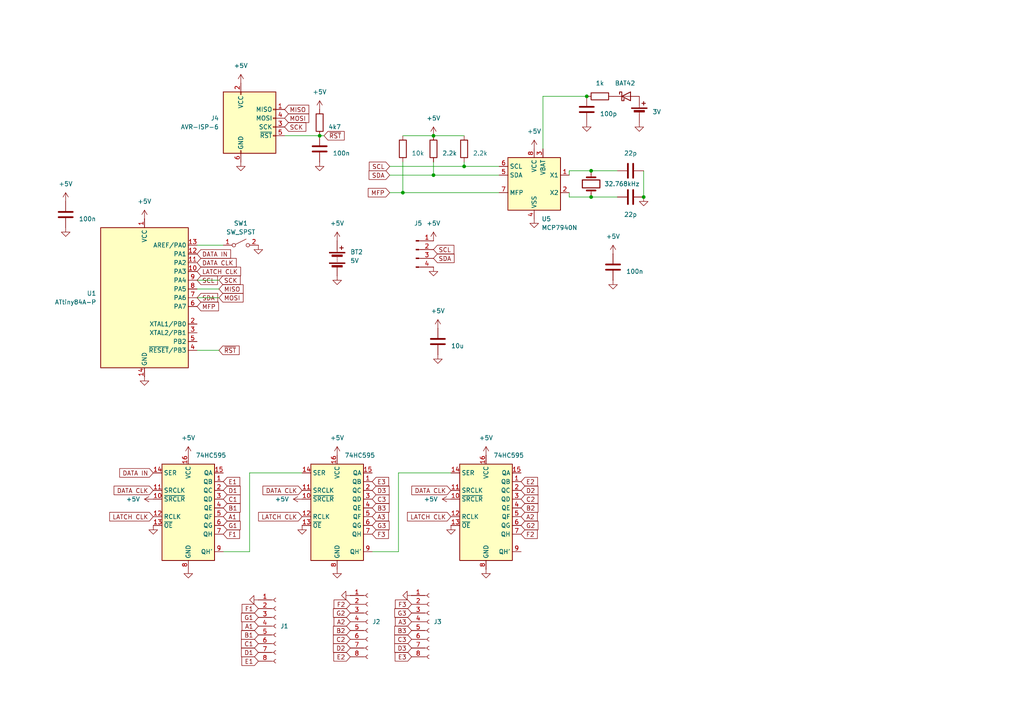
<source format=kicad_sch>
(kicad_sch (version 20250114) (generator "eeschema") (generator_version "9.0")
  (paper "A4")
  (lib_symbols
    (symbol "74xx:74HC595"
      (property "Reference" "U" (at -7.62 13.97 0))
      (property "Value" "74HC595" (at -7.62 -16.51 0))
      (symbol "74HC595_1_0"
        (pin input line (at -10.16 10.16 0) (length 2.54) (name "SER") (number "14"))
        (pin input line (at -10.16 5.08 0) (length 2.54) (name "SRCLK") (number "11"))
        (pin input line (at -10.16 2.54 0) (length 2.54) (name "~{SRCLR}") (number "10"))
        (pin input line (at -10.16 -2.54 0) (length 2.54) (name "RCLK") (number "12"))
        (pin input line (at -10.16 -5.08 0) (length 2.54) (name "~{OE}") (number "13"))
        (pin power_in line (at 0 15.24 270) (length 2.54) (name "VCC") (number "16"))
        (pin power_in line (at 0 -17.78 90) (length 2.54) (name "GND") (number "8"))
        (pin tri_state line (at 10.16 10.16 180) (length 2.54) (name "QA") (number "15"))
        (pin tri_state line (at 10.16 7.62 180) (length 2.54) (name "QB") (number "1"))
        (pin tri_state line (at 10.16 5.08 180) (length 2.54) (name "QC") (number "2"))
        (pin tri_state line (at 10.16 2.54 180) (length 2.54) (name "QD") (number "3"))
        (pin tri_state line (at 10.16 0 180) (length 2.54) (name "QE") (number "4"))
        (pin tri_state line (at 10.16 -2.54 180) (length 2.54) (name "QF") (number "5"))
        (pin tri_state line (at 10.16 -5.08 180) (length 2.54) (name "QG") (number "6"))
        (pin tri_state line (at 10.16 -7.62 180) (length 2.54) (name "QH") (number "7"))
        (pin output line (at 10.16 -12.7 180) (length 2.54) (name "QH'") (number "9"))
      )
      (symbol "74HC595_1_1"
        (rectangle (start -7.62 12.7) (end 7.62 -15.24) (stroke (width 0.254)) (fill (type background)))
      )
    )
    (symbol "Connector:AVR-ISP-6" (pin_names (offset 1.016))
      (property "Reference" "J" (at -6.35 11.43 0))
      (property "Value" "AVR-ISP-6" (at 0 11.43 0))
      (symbol "AVR-ISP-6_0_1"
        (rectangle (start -2.667 10.16) (end -2.413 9.398))
        (rectangle (start -2.667 -6.858) (end -2.413 -7.62))
        (rectangle (start 7.62 10.16) (end -7.62 -7.62) (stroke (width 0.254)) (fill (type background)))
        (rectangle (start 7.62 5.207) (end 6.858 4.953))
        (rectangle (start 7.62 2.667) (end 6.858 2.413))
        (rectangle (start 7.62 0.127) (end 6.858 -0.127))
        (rectangle (start 7.62 -2.413) (end 6.858 -2.667))
      )
      (symbol "AVR-ISP-6_1_1"
        (pin passive line (at -2.54 12.7 270) (length 2.54) (name "VCC") (number "2"))
        (pin passive line (at -2.54 -10.16 90) (length 2.54) (name "GND") (number "6"))
        (pin passive line (at 10.16 5.08 180) (length 2.54) (name "MISO") (number "1"))
        (pin passive line (at 10.16 2.54 180) (length 2.54) (name "MOSI") (number "4"))
        (pin passive line (at 10.16 0 180) (length 2.54) (name "SCK") (number "3"))
        (pin passive line (at 10.16 -2.54 180) (length 2.54) (name "~{RST}") (number "5"))
      )
    )
    (symbol "Connector:Conn_01x04_Pin" (pin_names (offset 1.016) (hide yes))
      (property "Reference" "J" (at 0 5.08 0))
      (property "Value" "Conn_01x04_Pin" (at 0 -7.62 0))
      (symbol "Conn_01x04_Pin_1_1"
        (rectangle (start 0.8636 2.667) (end 0 2.413) (stroke (width 0.1524)) (fill (type outline)))
        (rectangle (start 0.8636 0.127) (end 0 -0.127) (stroke (width 0.1524)) (fill (type outline)))
        (rectangle (start 0.8636 -2.413) (end 0 -2.667) (stroke (width 0.1524)) (fill (type outline)))
        (rectangle (start 0.8636 -4.953) (end 0 -5.207) (stroke (width 0.1524)) (fill (type outline)))
        (polyline (pts (xy 1.27 2.54) (xy 0.8636 2.54)) (stroke (width 0.1524)))
        (polyline (pts (xy 1.27 0) (xy 0.8636 0)) (stroke (width 0.1524)))
        (polyline (pts (xy 1.27 -2.54) (xy 0.8636 -2.54)) (stroke (width 0.1524)))
        (polyline (pts (xy 1.27 -5.08) (xy 0.8636 -5.08)) (stroke (width 0.1524)))
        (pin passive line (at 5.08 2.54 180) (length 3.81) (name "Pin_1") (number "1"))
        (pin passive line (at 5.08 0 180) (length 3.81) (name "Pin_2") (number "2"))
        (pin passive line (at 5.08 -2.54 180) (length 3.81) (name "Pin_3") (number "3"))
        (pin passive line (at 5.08 -5.08 180) (length 3.81) (name "Pin_4") (number "4"))
      )
    )
    (symbol "Connector:Conn_01x08_Socket" (pin_names (offset 1.016) (hide yes))
      (property "Reference" "J" (at 0 10.16 0))
      (property "Value" "Conn_01x08_Socket" (at 0 -12.7 0))
      (symbol "Conn_01x08_Socket_1_1"
        (polyline (pts (xy -1.27 7.62) (xy -0.508 7.62)) (stroke (width 0.1524)))
        (polyline (pts (xy -1.27 5.08) (xy -0.508 5.08)) (stroke (width 0.1524)))
        (polyline (pts (xy -1.27 2.54) (xy -0.508 2.54)) (stroke (width 0.1524)))
        (polyline (pts (xy -1.27 0) (xy -0.508 0)) (stroke (width 0.1524)))
        (polyline (pts (xy -1.27 -2.54) (xy -0.508 -2.54)) (stroke (width 0.1524)))
        (polyline (pts (xy -1.27 -5.08) (xy -0.508 -5.08)) (stroke (width 0.1524)))
        (polyline (pts (xy -1.27 -7.62) (xy -0.508 -7.62)) (stroke (width 0.1524)))
        (polyline (pts (xy -1.27 -10.16) (xy -0.508 -10.16)) (stroke (width 0.1524)))
        (arc (start 0 7.112) (mid -0.5058 7.62) (end 0 8.128) (stroke (width 0.1524)))
        (arc (start 0 4.572) (mid -0.5058 5.08) (end 0 5.588) (stroke (width 0.1524)))
        (arc (start 0 2.032) (mid -0.5058 2.54) (end 0 3.048) (stroke (width 0.1524)))
        (arc (start 0 -0.508) (mid -0.5058 0) (end 0 0.508) (stroke (width 0.1524)))
        (arc (start 0 -3.048) (mid -0.5058 -2.54) (end 0 -2.032) (stroke (width 0.1524)))
        (arc (start 0 -5.588) (mid -0.5058 -5.08) (end 0 -4.572) (stroke (width 0.1524)))
        (arc (start 0 -8.128) (mid -0.5058 -7.62) (end 0 -7.112) (stroke (width 0.1524)))
        (arc (start 0 -10.668) (mid -0.5058 -10.16) (end 0 -9.652) (stroke (width 0.1524)))
        (pin passive line (at -5.08 7.62 0) (length 3.81) (name "Pin_1") (number "1"))
        (pin passive line (at -5.08 5.08 0) (length 3.81) (name "Pin_2") (number "2"))
        (pin passive line (at -5.08 2.54 0) (length 3.81) (name "Pin_3") (number "3"))
        (pin passive line (at -5.08 0 0) (length 3.81) (name "Pin_4") (number "4"))
        (pin passive line (at -5.08 -2.54 0) (length 3.81) (name "Pin_5") (number "5"))
        (pin passive line (at -5.08 -5.08 0) (length 3.81) (name "Pin_6") (number "6"))
        (pin passive line (at -5.08 -7.62 0) (length 3.81) (name "Pin_7") (number "7"))
        (pin passive line (at -5.08 -10.16 0) (length 3.81) (name "Pin_8") (number "8"))
      )
    )
    (symbol "Device:Battery" (pin_numbers (hide yes)) (pin_names (offset 0) (hide yes))
      (property "Reference" "BT" (at 2.54 2.54 0))
      (property "Value" "Battery" (at 2.54 0 0))
      (symbol "Battery_0_1"
        (rectangle (start -2.286 1.778) (end 2.286 1.524) (fill (type outline)))
        (rectangle (start -2.286 -1.27) (end 2.286 -1.524) (fill (type outline)))
        (rectangle (start -1.524 1.016) (end 1.524 0.508) (fill (type outline)))
        (rectangle (start -1.524 -2.032) (end 1.524 -2.54) (fill (type outline)))
        (polyline (pts (xy 0 1.778) (xy 0 2.54)))
        (polyline (pts (xy 0 0) (xy 0 0.254)))
        (polyline (pts (xy 0 -0.508) (xy 0 -0.254)))
        (polyline (pts (xy 0 -1.016) (xy 0 -0.762)))
        (polyline (pts (xy 0.762 3.048) (xy 1.778 3.048)) (stroke (width 0.254)))
        (polyline (pts (xy 1.27 3.556) (xy 1.27 2.54)) (stroke (width 0.254)))
      )
      (symbol "Battery_1_1"
        (pin passive line (at 0 5.08 270) (length 2.54) (name "+") (number "1"))
        (pin passive line (at 0 -5.08 90) (length 2.54) (name "-") (number "2"))
      )
    )
    (symbol "Device:Battery_Cell" (pin_numbers (hide yes)) (pin_names (offset 0) (hide yes))
      (property "Reference" "BT" (at 2.54 2.54 0))
      (property "Value" "Battery_Cell" (at 2.54 0 0))
      (symbol "Battery_Cell_0_1"
        (rectangle (start -2.286 1.778) (end 2.286 1.524) (fill (type outline)))
        (rectangle (start -1.524 1.016) (end 1.524 0.508) (fill (type outline)))
        (polyline (pts (xy 0 1.778) (xy 0 2.54)))
        (polyline (pts (xy 0 0.762) (xy 0 0)))
        (polyline (pts (xy 0.762 3.048) (xy 1.778 3.048)) (stroke (width 0.254)))
        (polyline (pts (xy 1.27 3.556) (xy 1.27 2.54)) (stroke (width 0.254)))
      )
      (symbol "Battery_Cell_1_1"
        (pin passive line (at 0 5.08 270) (length 2.54) (name "+") (number "1"))
        (pin passive line (at 0 -2.54 90) (length 2.54) (name "-") (number "2"))
      )
    )
    (symbol "Device:C" (pin_numbers (hide yes)) (pin_names (offset 0.254))
      (property "Reference" "C" (at 0.635 2.54 0))
      (property "Value" "C" (at 0.635 -2.54 0))
      (symbol "C_0_1"
        (polyline (pts (xy -2.032 0.762) (xy 2.032 0.762)) (stroke (width 0.508)))
        (polyline (pts (xy -2.032 -0.762) (xy 2.032 -0.762)) (stroke (width 0.508)))
      )
      (symbol "C_1_1"
        (pin passive line (at 0 3.81 270) (length 2.794) (name "~") (number "1"))
        (pin passive line (at 0 -3.81 90) (length 2.794) (name "~") (number "2"))
      )
    )
    (symbol "Device:Crystal" (pin_numbers (hide yes)) (pin_names (offset 1.016) (hide yes))
      (property "Reference" "Y" (at 0 3.81 0))
      (property "Value" "Crystal" (at 0 -3.81 0))
      (symbol "Crystal_0_1"
        (polyline (pts (xy -2.54 0) (xy -1.905 0)))
        (polyline (pts (xy -1.905 -1.27) (xy -1.905 1.27)) (stroke (width 0.508)))
        (rectangle (start -1.143 2.54) (end 1.143 -2.54) (stroke (width 0.3048)))
        (polyline (pts (xy 1.905 -1.27) (xy 1.905 1.27)) (stroke (width 0.508)))
        (polyline (pts (xy 2.54 0) (xy 1.905 0)))
      )
      (symbol "Crystal_1_1"
        (pin passive line (at -3.81 0 0) (length 1.27) (name "1") (number "1"))
        (pin passive line (at 3.81 0 180) (length 1.27) (name "2") (number "2"))
      )
    )
    (symbol "Device:R" (pin_numbers (hide yes)) (pin_names (offset 0))
      (property "Reference" "R" (at 2.032 0 90))
      (property "Value" "R" (at 0 0 90))
      (symbol "R_0_1"
        (rectangle (start -1.016 -2.54) (end 1.016 2.54) (stroke (width 0.254)))
      )
      (symbol "R_1_1"
        (pin passive line (at 0 3.81 270) (length 1.27) (name "~") (number "1"))
        (pin passive line (at 0 -3.81 90) (length 1.27) (name "~") (number "2"))
      )
    )
    (symbol "Diode:BAT42" (pin_numbers (hide yes)) (pin_names (offset 1.016) (hide yes))
      (property "Reference" "D" (at 0 2.54 0))
      (property "Value" "BAT42" (at 0 -2.54 0))
      (symbol "BAT42_0_1"
        (polyline (pts (xy -1.905 0.635) (xy -1.905 1.27) (xy -1.27 1.27) (xy -1.27 -1.27) (xy -0.635 -1.27) (xy -0.635 -0.635)) (stroke (width 0.254)))
        (polyline (pts (xy 1.27 1.27) (xy 1.27 -1.27) (xy -1.27 0) (xy 1.27 1.27)) (stroke (width 0.254)))
        (polyline (pts (xy 1.27 0) (xy -1.27 0)))
      )
      (symbol "BAT42_1_1"
        (pin passive line (at -3.81 0 0) (length 2.54) (name "K") (number "1"))
        (pin passive line (at 3.81 0 180) (length 2.54) (name "A") (number "2"))
      )
    )
    (symbol "MCU_Microchip_ATtiny:ATtiny84A-P"
      (property "Reference" "U" (at -12.7 21.59 0))
      (property "Value" "ATtiny84A-P" (at 2.54 -21.59 0))
      (symbol "ATtiny84A-P_0_1"
        (rectangle (start -12.7 -20.32) (end 12.7 20.32) (stroke (width 0.254)) (fill (type background)))
      )
      (symbol "ATtiny84A-P_1_1"
        (pin power_in line (at 0 22.86 270) (length 2.54) (name "VCC") (number "1"))
        (pin power_in line (at 0 -22.86 90) (length 2.54) (name "GND") (number "14"))
        (pin bidirectional line (at 15.24 15.24 180) (length 2.54) (name "AREF/PA0") (number "13"))
        (pin bidirectional line (at 15.24 12.7 180) (length 2.54) (name "PA1") (number "12"))
        (pin bidirectional line (at 15.24 10.16 180) (length 2.54) (name "PA2") (number "11"))
        (pin bidirectional line (at 15.24 7.62 180) (length 2.54) (name "PA3") (number "10"))
        (pin bidirectional line (at 15.24 5.08 180) (length 2.54) (name "PA4") (number "9"))
        (pin bidirectional line (at 15.24 2.54 180) (length 2.54) (name "PA5") (number "8"))
        (pin bidirectional line (at 15.24 0 180) (length 2.54) (name "PA6") (number "7"))
        (pin bidirectional line (at 15.24 -2.54 180) (length 2.54) (name "PA7") (number "6"))
        (pin bidirectional line (at 15.24 -7.62 180) (length 2.54) (name "XTAL1/PB0") (number "2"))
        (pin bidirectional line (at 15.24 -10.16 180) (length 2.54) (name "XTAL2/PB1") (number "3"))
        (pin bidirectional line (at 15.24 -12.7 180) (length 2.54) (name "PB2") (number "5"))
        (pin bidirectional line (at 15.24 -15.24 180) (length 2.54) (name "~{RESET}/PB3") (number "4"))
      )
    )
    (symbol "Switch:SW_SPST" (pin_names (offset 0) (hide yes))
      (property "Reference" "SW" (at 0 3.175 0))
      (property "Value" "SW_SPST" (at 0 -2.54 0))
      (symbol "SW_SPST_0_0"
        (circle (center -2.032 0) (radius 0.508))
        (polyline (pts (xy -1.524 0.254) (xy 1.524 1.778)))
        (circle (center 2.032 0) (radius 0.508))
      )
      (symbol "SW_SPST_1_1"
        (pin passive line (at -5.08 0 0) (length 2.54) (name "A") (number "1"))
        (pin passive line (at 5.08 0 180) (length 2.54) (name "B") (number "2"))
      )
    )
    (symbol "Timer_RTC:MCP7940N-xMS"
      (property "Reference" "U" (at -6.35 8.89 0))
      (property "Value" "MCP7940N-xMS" (at 11.43 8.89 0))
      (symbol "MCP7940N-xMS_0_1"
        (rectangle (start -7.62 7.62) (end 7.62 -7.62) (stroke (width 0.254)) (fill (type background)))
      )
      (symbol "MCP7940N-xMS_1_1"
        (pin input line (at -10.16 5.08 0) (length 2.54) (name "SCL") (number "6"))
        (pin bidirectional line (at -10.16 2.54 0) (length 2.54) (name "SDA") (number "5"))
        (pin open_collector line (at -10.16 -2.54 0) (length 2.54) (name "MFP") (number "7"))
        (pin power_in line (at 0 10.16 270) (length 2.54) (name "VCC") (number "8"))
        (pin power_in line (at 0 -10.16 90) (length 2.54) (name "VSS") (number "4"))
        (pin power_in line (at 2.54 10.16 270) (length 2.54) (name "VBAT") (number "3"))
        (pin input line (at 10.16 2.54 180) (length 2.54) (name "X1") (number "1"))
        (pin output line (at 10.16 -2.54 180) (length 2.54) (name "X2") (number "2"))
      )
    )
    (symbol "power:+5V" (power) (pin_numbers (hide yes)) (pin_names (offset 0) (hide yes))
      (property "Value" "+5V" (at 0 3.556 0))
      (symbol "+5V_0_1"
        (polyline (pts (xy -0.762 1.27) (xy 0 2.54)))
        (polyline (pts (xy 0 2.54) (xy 0.762 1.27)))
        (polyline (pts (xy 0 0) (xy 0 2.54)))
      )
      (symbol "+5V_1_1"
        (pin power_in line (at 0 0 90) (length 0) (name "~") (number "1"))
      )
    )
    (symbol "power:GND" (power) (pin_numbers (hide yes)) (pin_names (offset 0) (hide yes))
      (property "Value" "GND" (at 0 -3.81 0))
      (symbol "GND_0_1"
        (polyline (pts (xy 0 0) (xy 0 -1.27) (xy 1.27 -1.27) (xy 0 -2.54) (xy -1.27 -1.27) (xy 0 -1.27)))
      )
      (symbol "GND_1_1"
        (pin power_in line (at 0 0 270) (length 0) (name "~") (number "1"))
      )
    )
  )
  (junction (at 186.69 57.15))
  (junction (at 171.45 57.15))
  (junction (at 171.45 49.53))
  (junction (at 125.73 50.8))
  (junction (at 116.84 55.88))
  (junction (at 92.71 39.37))
  (junction (at 134.62 48.26))
  (junction (at 125.73 39.37))
  (junction (at 170.18 27.94))
  (wire (pts (xy 113.03 48.26) (xy 134.62 48.26)))
  (wire (pts (xy 157.48 27.94) (xy 157.48 43.18)))
  (wire (pts (xy 116.84 55.88) (xy 113.03 55.88)))
  (wire (pts (xy 165.1 57.15) (xy 171.45 57.15)))
  (wire (pts (xy 144.78 48.26) (xy 134.62 48.26)))
  (wire (pts (xy 171.45 57.15) (xy 179.07 57.15)))
  (wire (pts (xy 63.5 101.6) (xy 57.15 101.6)))
  (wire (pts (xy 93.98 39.37) (xy 92.71 39.37)))
  (wire (pts (xy 57.15 81.28) (xy 63.5 81.28)))
  (wire (pts (xy 186.69 49.53) (xy 186.69 57.15)))
  (wire (pts (xy 64.77 160.02) (xy 72.39 160.02)))
  (wire (pts (xy 170.18 27.94) (xy 157.48 27.94)))
  (wire (pts (xy 165.1 49.53) (xy 171.45 49.53)))
  (wire (pts (xy 165.1 55.88) (xy 165.1 57.15)))
  (wire (pts (xy 144.78 55.88) (xy 116.84 55.88)))
  (wire (pts (xy 144.78 50.8) (xy 125.73 50.8)))
  (wire (pts (xy 107.95 160.02) (xy 115.57 160.02)))
  (wire (pts (xy 72.39 160.02) (xy 72.39 137.16)))
  (wire (pts (xy 134.62 48.26) (xy 134.62 46.99)))
  (wire (pts (xy 115.57 137.16) (xy 130.81 137.16)))
  (wire (pts (xy 113.03 50.8) (xy 125.73 50.8)))
  (wire (pts (xy 72.39 137.16) (xy 87.63 137.16)))
  (wire (pts (xy 125.73 50.8) (xy 125.73 46.99)))
  (wire (pts (xy 125.73 39.37) (xy 134.62 39.37)))
  (wire (pts (xy 116.84 46.99) (xy 116.84 55.88)))
  (wire (pts (xy 82.55 39.37) (xy 92.71 39.37)))
  (wire (pts (xy 63.5 83.82) (xy 57.15 83.82)))
  (wire (pts (xy 165.1 50.8) (xy 165.1 49.53)))
  (wire (pts (xy 116.84 39.37) (xy 125.73 39.37)))
  (wire (pts (xy 57.15 86.36) (xy 63.5 86.36)))
  (wire (pts (xy 115.57 160.02) (xy 115.57 137.16)))
  (wire (pts (xy 171.45 49.53) (xy 179.07 49.53)))
  (wire (pts (xy 64.77 71.12) (xy 57.15 71.12)))
  (global_label "E2" (shape input) (at 101.6 190.5 180) (property "Intersheetrefs" "${INTERSHEET_REFS}" (effects (hide yes))))
  (global_label "G3" (shape input) (at 107.95 152.4 0) (property "Intersheetrefs" "${INTERSHEET_REFS}" (effects (hide yes))))
  (global_label "A3" (shape input) (at 119.38 180.34 180) (property "Intersheetrefs" "${INTERSHEET_REFS}" (effects (hide yes))))
  (global_label "SCK" (shape input) (at 82.55 36.83 0) (property "Intersheetrefs" "${INTERSHEET_REFS}" (effects (hide yes))))
  (global_label "A1" (shape input) (at 64.77 149.86 0) (property "Intersheetrefs" "${INTERSHEET_REFS}" (effects (hide yes))))
  (global_label "MOSI" (shape input) (at 82.55 34.29 0) (property "Intersheetrefs" "${INTERSHEET_REFS}" (effects (hide yes))))
  (global_label "F1" (shape input) (at 64.77 154.94 0) (property "Intersheetrefs" "${INTERSHEET_REFS}" (effects (hide yes))))
  (global_label "DATA IN" (shape input) (at 57.15 73.66 0) (property "Intersheetrefs" "${INTERSHEET_REFS}" (effects (hide yes))))
  (global_label "A3" (shape input) (at 107.95 149.86 0) (property "Intersheetrefs" "${INTERSHEET_REFS}" (effects (hide yes))))
  (global_label "G3" (shape input) (at 119.38 177.8 180) (property "Intersheetrefs" "${INTERSHEET_REFS}" (effects (hide yes))))
  (global_label "SCL" (shape input) (at 57.15 81.28 0) (property "Intersheetrefs" "${INTERSHEET_REFS}" (effects (hide yes))))
  (global_label "~{RST}" (shape input) (at 93.98 39.37 0) (property "Intersheetrefs" "${INTERSHEET_REFS}" (effects (hide yes))))
  (global_label "E3" (shape input) (at 107.95 139.7 0) (property "Intersheetrefs" "${INTERSHEET_REFS}" (effects (hide yes))))
  (global_label "B1" (shape input) (at 64.77 147.32 0) (property "Intersheetrefs" "${INTERSHEET_REFS}" (effects (hide yes))))
  (global_label "MISO" (shape input) (at 63.5 83.82 0) (property "Intersheetrefs" "${INTERSHEET_REFS}" (effects (hide yes))))
  (global_label "SCL" (shape input) (at 125.73 72.39 0) (property "Intersheetrefs" "${INTERSHEET_REFS}" (effects (hide yes))))
  (global_label "B3" (shape input) (at 107.95 147.32 0) (property "Intersheetrefs" "${INTERSHEET_REFS}" (effects (hide yes))))
  (global_label "D2" (shape input) (at 151.13 142.24 0) (property "Intersheetrefs" "${INTERSHEET_REFS}" (effects (hide yes))))
  (global_label "LATCH CLK" (shape input) (at 130.81 149.86 180) (property "Intersheetrefs" "${INTERSHEET_REFS}" (effects (hide yes))))
  (global_label "F2" (shape input) (at 151.13 154.94 0) (property "Intersheetrefs" "${INTERSHEET_REFS}" (effects (hide yes))))
  (global_label "LATCH CLK" (shape input) (at 44.45 149.86 180) (property "Intersheetrefs" "${INTERSHEET_REFS}" (effects (hide yes))))
  (global_label "B2" (shape input) (at 101.6 182.88 180) (property "Intersheetrefs" "${INTERSHEET_REFS}" (effects (hide yes))))
  (global_label "E1" (shape input) (at 74.93 191.77 180) (property "Intersheetrefs" "${INTERSHEET_REFS}" (effects (hide yes))))
  (global_label "LATCH CLK" (shape input) (at 87.63 149.86 180) (property "Intersheetrefs" "${INTERSHEET_REFS}" (effects (hide yes))))
  (global_label "G2" (shape input) (at 151.13 152.4 0) (property "Intersheetrefs" "${INTERSHEET_REFS}" (effects (hide yes))))
  (global_label "C1" (shape input) (at 74.93 186.69 180) (property "Intersheetrefs" "${INTERSHEET_REFS}" (effects (hide yes))))
  (global_label "F1" (shape input) (at 74.93 176.53 180) (property "Intersheetrefs" "${INTERSHEET_REFS}" (effects (hide yes))))
  (global_label "DATA CLK" (shape input) (at 57.15 76.2 0) (property "Intersheetrefs" "${INTERSHEET_REFS}" (effects (hide yes))))
  (global_label "MOSI" (shape input) (at 63.5 86.36 0) (property "Intersheetrefs" "${INTERSHEET_REFS}" (effects (hide yes))))
  (global_label "MISO" (shape input) (at 82.55 31.75 0) (property "Intersheetrefs" "${INTERSHEET_REFS}" (effects (hide yes))))
  (global_label "D1" (shape input) (at 74.93 189.23 180) (property "Intersheetrefs" "${INTERSHEET_REFS}" (effects (hide yes))))
  (global_label "F3" (shape input) (at 119.38 175.26 180) (property "Intersheetrefs" "${INTERSHEET_REFS}" (effects (hide yes))))
  (global_label "E3" (shape input) (at 119.38 190.5 180) (property "Intersheetrefs" "${INTERSHEET_REFS}" (effects (hide yes))))
  (global_label "DATA CLK" (shape input) (at 87.63 142.24 180) (property "Intersheetrefs" "${INTERSHEET_REFS}" (effects (hide yes))))
  (global_label "F2" (shape input) (at 101.6 175.26 180) (property "Intersheetrefs" "${INTERSHEET_REFS}" (effects (hide yes))))
  (global_label "E2" (shape input) (at 151.13 139.7 0) (property "Intersheetrefs" "${INTERSHEET_REFS}" (effects (hide yes))))
  (global_label "DATA IN" (shape input) (at 44.45 137.16 180) (property "Intersheetrefs" "${INTERSHEET_REFS}" (effects (hide yes))))
  (global_label "C2" (shape input) (at 151.13 144.78 0) (property "Intersheetrefs" "${INTERSHEET_REFS}" (effects (hide yes))))
  (global_label "D2" (shape input) (at 101.6 187.96 180) (property "Intersheetrefs" "${INTERSHEET_REFS}" (effects (hide yes))))
  (global_label "SDA" (shape input) (at 57.15 86.36 0) (property "Intersheetrefs" "${INTERSHEET_REFS}" (effects (hide yes))))
  (global_label "~{RST}" (shape input) (at 63.5 101.6 0) (property "Intersheetrefs" "${INTERSHEET_REFS}" (effects (hide yes))))
  (global_label "E1" (shape input) (at 64.77 139.7 0) (property "Intersheetrefs" "${INTERSHEET_REFS}" (effects (hide yes))))
  (global_label "C1" (shape input) (at 64.77 144.78 0) (property "Intersheetrefs" "${INTERSHEET_REFS}" (effects (hide yes))))
  (global_label "A1" (shape input) (at 74.93 181.61 180) (property "Intersheetrefs" "${INTERSHEET_REFS}" (effects (hide yes))))
  (global_label "LATCH CLK" (shape input) (at 57.15 78.74 0) (property "Intersheetrefs" "${INTERSHEET_REFS}" (effects (hide yes))))
  (global_label "MFP" (shape input) (at 113.03 55.88 180) (property "Intersheetrefs" "${INTERSHEET_REFS}" (effects (hide yes))))
  (global_label "C2" (shape input) (at 101.6 185.42 180) (property "Intersheetrefs" "${INTERSHEET_REFS}" (effects (hide yes))))
  (global_label "G1" (shape input) (at 64.77 152.4 0) (property "Intersheetrefs" "${INTERSHEET_REFS}" (effects (hide yes))))
  (global_label "A2" (shape input) (at 151.13 149.86 0) (property "Intersheetrefs" "${INTERSHEET_REFS}" (effects (hide yes))))
  (global_label "D3" (shape input) (at 119.38 187.96 180) (property "Intersheetrefs" "${INTERSHEET_REFS}" (effects (hide yes))))
  (global_label "C3" (shape input) (at 107.95 144.78 0) (property "Intersheetrefs" "${INTERSHEET_REFS}" (effects (hide yes))))
  (global_label "DATA CLK" (shape input) (at 44.45 142.24 180) (property "Intersheetrefs" "${INTERSHEET_REFS}" (effects (hide yes))))
  (global_label "SCL" (shape input) (at 113.03 48.26 180) (property "Intersheetrefs" "${INTERSHEET_REFS}" (effects (hide yes))))
  (global_label "A2" (shape input) (at 101.6 180.34 180) (property "Intersheetrefs" "${INTERSHEET_REFS}" (effects (hide yes))))
  (global_label "DATA CLK" (shape input) (at 130.81 142.24 180) (property "Intersheetrefs" "${INTERSHEET_REFS}" (effects (hide yes))))
  (global_label "B2" (shape input) (at 151.13 147.32 0) (property "Intersheetrefs" "${INTERSHEET_REFS}" (effects (hide yes))))
  (global_label "SDA" (shape input) (at 113.03 50.8 180) (property "Intersheetrefs" "${INTERSHEET_REFS}" (effects (hide yes))))
  (global_label "G1" (shape input) (at 74.93 179.07 180) (property "Intersheetrefs" "${INTERSHEET_REFS}" (effects (hide yes))))
  (global_label "MFP" (shape input) (at 57.15 88.9 0) (property "Intersheetrefs" "${INTERSHEET_REFS}" (effects (hide yes))))
  (global_label "G2" (shape input) (at 101.6 177.8 180) (property "Intersheetrefs" "${INTERSHEET_REFS}" (effects (hide yes))))
  (global_label "D1" (shape input) (at 64.77 142.24 0) (property "Intersheetrefs" "${INTERSHEET_REFS}" (effects (hide yes))))
  (global_label "B3" (shape input) (at 119.38 182.88 180) (property "Intersheetrefs" "${INTERSHEET_REFS}" (effects (hide yes))))
  (global_label "SCK" (shape input) (at 63.5 81.28 0) (property "Intersheetrefs" "${INTERSHEET_REFS}" (effects (hide yes))))
  (global_label "SDA" (shape input) (at 125.73 74.93 0) (property "Intersheetrefs" "${INTERSHEET_REFS}" (effects (hide yes))))
  (global_label "F3" (shape input) (at 107.95 154.94 0) (property "Intersheetrefs" "${INTERSHEET_REFS}" (effects (hide yes))))
  (global_label "B1" (shape input) (at 74.93 184.15 180) (property "Intersheetrefs" "${INTERSHEET_REFS}" (effects (hide yes))))
  (global_label "D3" (shape input) (at 107.95 142.24 0) (property "Intersheetrefs" "${INTERSHEET_REFS}" (effects (hide yes))))
  (global_label "C3" (shape input) (at 119.38 185.42 180) (property "Intersheetrefs" "${INTERSHEET_REFS}" (effects (hide yes))))
  (symbol (lib_id "power:GND") (at 97.79 80.01 0) (unit 1)
    (property "Reference" "#PWR036" (effects (hide yes)))
    (property "Value" "GND" (effects (hide yes)))
    (property "Description" "Power symbol creates a global label with name \"GND\" , ground" (effects (hide yes)))
  )
  (symbol (lib_id "Device:Battery") (at 97.79 74.93 0) (unit 1)
    (property "Reference" "BT2" (at 101.6 73.0884 0) (effects (justify left)))
    (property "Value" "5V" (at 101.6 75.6284 0) (effects (justify left)))
    (property "Footprint" "Connector_PinHeader_2.54mm:PinHeader_1x02_P2.54mm_Vertical" (effects (hide yes)))
    (property "Description" "Multiple-cell battery" (effects (hide yes)))
  )
  (symbol (lib_id "power:GND") (at 41.91 109.22 0) (unit 1)
    (property "Reference" "#PWR025" (effects (hide yes)))
    (property "Value" "GND" (effects (hide yes)))
    (property "Description" "Power symbol creates a global label with name \"GND\" , ground" (effects (hide yes)))
  )
  (symbol (lib_id "Switch:SW_SPST") (at 69.85 71.12 0) (unit 1)
    (property "Reference" "SW1" (at 69.85 64.77 0))
    (property "Value" "SW_SPST" (at 69.85 67.31 0))
    (property "Footprint" "Connector_PinHeader_2.54mm:PinHeader_1x02_P2.54mm_Vertical" (effects (hide yes)))
    (property "Description" "Single Pole Single Throw (SPST) switch" (effects (hide yes)))
  )
  (symbol (lib_id "Device:C") (at 19.05 62.23 0) (unit 1)
    (property "Reference" "C5" (effects (hide yes)))
    (property "Value" "100n" (at 22.86 63.4999 0) (effects (justify left)))
    (property "Footprint" "Capacitor_THT:C_Disc_D3.0mm_W1.6mm_P2.50mm" (effects (hide yes)))
    (property "Description" "Unpolarized capacitor" (effects (hide yes)))
  )
  (symbol (lib_id "power:+5V") (at 97.79 69.85 0) (unit 1)
    (property "Reference" "#PWR035" (effects (hide yes)))
    (property "Value" "+5V" (at 97.79 64.77 0))
    (property "Description" "Power symbol creates a global label with name \"+5V\"" (effects (hide yes)))
  )
  (symbol (lib_id "power:GND") (at 87.63 152.4 0) (unit 1)
    (property "Reference" "#PWR020" (effects (hide yes)))
    (property "Value" "GND" (effects (hide yes)))
    (property "Description" "Power symbol creates a global label with name \"GND\" , ground" (effects (hide yes)))
  )
  (symbol (lib_id "power:+5V") (at 130.81 144.78 90) (unit 1)
    (property "Reference" "#PWR015" (effects (hide yes)))
    (property "Value" "+5V" (at 127 144.7799 90) (effects (justify left)))
    (property "Description" "Power symbol creates a global label with name \"+5V\"" (effects (hide yes)))
  )
  (symbol (lib_id "74xx:74HC595") (at 97.79 147.32 0) (unit 1)
    (property "Reference" "U3" (effects (hide yes)))
    (property "Value" "74HC595" (at 99.9333 132.08 0) (effects (justify left)))
    (property "Footprint" "Package_DIP:DIP-16_W7.62mm" (effects (hide yes)))
    (property "Datasheet" "http://www.ti.com/lit/ds/symlink/sn74hc595.pdf" (effects (hide yes)))
    (property "Description" "8-bit serial in/out Shift Register 3-State Outputs" (effects (hide yes)))
  )
  (symbol (lib_id "power:+5V") (at 92.71 31.75 0) (unit 1)
    (property "Reference" "#PWR033" (effects (hide yes)))
    (property "Value" "+5V" (at 92.71 26.67 0))
    (property "Description" "Power symbol creates a global label with name \"+5V\"" (effects (hide yes)))
  )
  (symbol (lib_id "power:GND") (at 54.61 165.1 0) (unit 1)
    (property "Reference" "#PWR023" (effects (hide yes)))
    (property "Value" "GND" (effects (hide yes)))
    (property "Description" "Power symbol creates a global label with name \"GND\" , ground" (effects (hide yes)))
  )
  (symbol (lib_id "Device:R") (at 116.84 43.18 0) (unit 1)
    (property "Reference" "R3" (effects (hide yes)))
    (property "Value" "10k" (at 119.38 44.4499 0) (effects (justify left)))
    (property "Footprint" "Resistor_THT:R_Axial_DIN0207_L6.3mm_D2.5mm_P7.62mm_Horizontal" (effects (hide yes)))
    (property "Description" "Resistor" (effects (hide yes)))
  )
  (symbol (lib_id "Connector:Conn_01x08_Socket") (at 80.01 181.61 0) (unit 1)
    (property "Reference" "J1" (at 81.28 181.6099 0) (effects (justify left)))
    (property "Value" "Conn_01x08_Socket" (effects (hide yes)))
    (property "Footprint" "Connector_PinSocket_2.54mm:PinSocket_1x08_P2.54mm_Vertical" (effects (hide yes)))
    (property "Description" "Generic connector, single row, 01x08, script generated" (effects (hide yes)))
  )
  (symbol (lib_id "power:GND") (at 125.73 77.47 0) (unit 1)
    (property "Reference" "#PWR037" (effects (hide yes)))
    (property "Value" "GND" (effects (hide yes)))
    (property "Description" "Power symbol creates a global label with name \"GND\" , ground" (effects (hide yes)))
  )
  (symbol (lib_id "74xx:74HC595") (at 140.97 147.32 0) (unit 1)
    (property "Reference" "U4" (effects (hide yes)))
    (property "Value" "74HC595" (at 143.1133 132.08 0) (effects (justify left)))
    (property "Footprint" "Package_DIP:DIP-16_W7.62mm" (effects (hide yes)))
    (property "Datasheet" "http://www.ti.com/lit/ds/symlink/sn74hc595.pdf" (effects (hide yes)))
    (property "Description" "8-bit serial in/out Shift Register 3-State Outputs" (effects (hide yes)))
  )
  (symbol (lib_id "Device:Battery_Cell") (at 185.42 33.02 0) (unit 1)
    (property "Reference" "BT1" (effects (hide yes)))
    (property "Value" "3V" (at 189.23 32.4484 0) (effects (justify left)))
    (property "Footprint" "Battery:BatteryHolder_Keystone_105_1x2430" (effects (hide yes)))
    (property "Description" "Single-cell battery" (effects (hide yes)))
  )
  (symbol (lib_id "Device:R") (at 92.71 35.56 0) (unit 1)
    (property "Reference" "R5" (effects (hide yes)))
    (property "Value" "4k7" (at 95.25 36.8299 0) (effects (justify left)))
    (property "Footprint" "Resistor_THT:R_Axial_DIN0207_L6.3mm_D2.5mm_P7.62mm_Horizontal" (effects (hide yes)))
    (property "Description" "Resistor" (effects (hide yes)))
  )
  (symbol (lib_id "power:GND") (at 177.8 81.28 0) (unit 1)
    (property "Reference" "#PWR08" (effects (hide yes)))
    (property "Value" "GND" (effects (hide yes)))
    (property "Description" "Power symbol creates a global label with name \"GND\" , ground" (effects (hide yes)))
  )
  (symbol (lib_id "power:GND") (at 130.81 152.4 0) (unit 1)
    (property "Reference" "#PWR018" (effects (hide yes)))
    (property "Value" "GND" (effects (hide yes)))
    (property "Description" "Power symbol creates a global label with name \"GND\" , ground" (effects (hide yes)))
  )
  (symbol (lib_id "Device:C") (at 177.8 77.47 0) (unit 1)
    (property "Reference" "C3" (effects (hide yes)))
    (property "Value" "100n" (at 181.61 78.7399 0) (effects (justify left)))
    (property "Footprint" "Capacitor_THT:C_Disc_D3.0mm_W1.6mm_P2.50mm" (effects (hide yes)))
    (property "Description" "Unpolarized capacitor" (effects (hide yes)))
  )
  (symbol (lib_id "Device:C") (at 92.71 43.18 0) (unit 1)
    (property "Reference" "C7" (effects (hide yes)))
    (property "Value" "100n" (at 96.52 44.4499 0) (effects (justify left)))
    (property "Footprint" "Capacitor_THT:C_Disc_D3.0mm_W1.6mm_P2.50mm" (effects (hide yes)))
    (property "Description" "Unpolarized capacitor" (effects (hide yes)))
  )
  (symbol (lib_id "power:GND") (at 19.05 66.04 0) (unit 1)
    (property "Reference" "#PWR030" (effects (hide yes)))
    (property "Value" "GND" (effects (hide yes)))
    (property "Description" "Power symbol creates a global label with name \"GND\" , ground" (effects (hide yes)))
  )
  (symbol (lib_id "power:+5V") (at 69.85 24.13 0) (unit 1)
    (property "Reference" "#PWR027" (effects (hide yes)))
    (property "Value" "+5V" (at 69.85 19.05 0))
    (property "Description" "Power symbol creates a global label with name \"+5V\"" (effects (hide yes)))
  )
  (symbol (lib_id "power:+5V") (at 19.05 58.42 0) (unit 1)
    (property "Reference" "#PWR029" (effects (hide yes)))
    (property "Value" "+5V" (at 19.05 53.34 0))
    (property "Description" "Power symbol creates a global label with name \"+5V\"" (effects (hide yes)))
  )
  (symbol (lib_id "power:GND") (at 154.94 63.5 0) (unit 1)
    (property "Reference" "#PWR02" (effects (hide yes)))
    (property "Value" "GND" (effects (hide yes)))
    (property "Description" "Power symbol creates a global label with name \"GND\" , ground" (effects (hide yes)))
  )
  (symbol (lib_id "Device:C") (at 182.88 49.53 90) (unit 1)
    (property "Reference" "C1" (effects (hide yes)))
    (property "Value" "22p" (at 182.88 44.45 90))
    (property "Footprint" "Capacitor_THT:C_Disc_D3.0mm_W1.6mm_P2.50mm" (effects (hide yes)))
    (property "Description" "Unpolarized capacitor" (effects (hide yes)))
  )
  (symbol (lib_id "74xx:74HC595") (at 54.61 147.32 0) (unit 1)
    (property "Reference" "U2" (effects (hide yes)))
    (property "Value" "74HC595" (at 56.7533 132.08 0) (effects (justify left)))
    (property "Footprint" "Package_DIP:DIP-16_W7.62mm" (effects (hide yes)))
    (property "Datasheet" "http://www.ti.com/lit/ds/symlink/sn74hc595.pdf" (effects (hide yes)))
    (property "Description" "8-bit serial in/out Shift Register 3-State Outputs" (effects (hide yes)))
  )
  (symbol (lib_id "power:GND") (at 101.6 172.72 270) (unit 1)
    (property "Reference" "#PWR010" (effects (hide yes)))
    (property "Value" "GND" (effects (hide yes)))
    (property "Description" "Power symbol creates a global label with name \"GND\" , ground" (effects (hide yes)))
  )
  (symbol (lib_id "Diode:BAT42") (at 181.61 27.94 0) (unit 1)
    (property "Reference" "D1" (effects (hide yes)))
    (property "Value" "BAT42" (at 181.2925 24.13 0))
    (property "Footprint" "Diode_THT:D_DO-35_SOD27_P7.62mm_Horizontal" (effects (hide yes)))
    (property "Datasheet" "http://www.vishay.com/docs/85660/bat42.pdf" (effects (hide yes)))
    (property "Description" "30V 0.2A Small Signal Schottky Diode, DO-35" (effects (hide yes)))
  )
  (symbol (lib_id "power:GND") (at 69.85 46.99 0) (unit 1)
    (property "Reference" "#PWR026" (effects (hide yes)))
    (property "Value" "GND" (effects (hide yes)))
    (property "Description" "Power symbol creates a global label with name \"GND\" , ground" (effects (hide yes)))
  )
  (symbol (lib_id "Connector:Conn_01x04_Pin") (at 120.65 72.39 0) (unit 1)
    (property "Reference" "J5" (at 121.285 64.77 0))
    (property "Value" "Conn_01x04_Pin" (effects (hide yes)))
    (property "Footprint" "Connector_PinHeader_2.54mm:PinHeader_1x04_P2.54mm_Vertical" (effects (hide yes)))
    (property "Description" "Generic connector, single row, 01x04, script generated" (effects (hide yes)))
  )
  (symbol (lib_id "Device:C") (at 170.18 31.75 0) (unit 1)
    (property "Reference" "C4" (effects (hide yes)))
    (property "Value" "100p" (at 173.99 33.0199 0) (effects (justify left)))
    (property "Footprint" "Capacitor_THT:C_Disc_D3.0mm_W1.6mm_P2.50mm" (effects (hide yes)))
    (property "Description" "Unpolarized capacitor" (effects (hide yes)))
  )
  (symbol (lib_id "Connector:AVR-ISP-6") (at 72.39 36.83 0) (unit 1)
    (property "Reference" "J4" (at 63.5 34.2899 0) (effects (justify right)))
    (property "Value" "AVR-ISP-6" (at 63.5 36.8299 0) (effects (justify right)))
    (property "Footprint" "Connector_IDC:IDC-Header_2x03_P2.54mm_Vertical" (effects (hide yes)))
    (property "Description" "Atmel 6-pin ISP connector" (effects (hide yes)))
  )
  (symbol (lib_id "power:GND") (at 44.45 152.4 0) (unit 1)
    (property "Reference" "#PWR019" (effects (hide yes)))
    (property "Value" "GND" (effects (hide yes)))
    (property "Description" "Power symbol creates a global label with name \"GND\" , ground" (effects (hide yes)))
  )
  (symbol (lib_id "power:GND") (at 74.93 71.12 0) (unit 1)
    (property "Reference" "#PWR028" (effects (hide yes)))
    (property "Value" "GND" (effects (hide yes)))
    (property "Description" "Power symbol creates a global label with name \"GND\" , ground" (effects (hide yes)))
  )
  (symbol (lib_id "Device:Crystal") (at 171.45 53.34 90) (unit 1)
    (property "Reference" "Y1" (effects (hide yes)))
    (property "Value" "32.768kHz" (at 175.26 53.34 90) (effects (justify right)))
    (property "Footprint" "Crystal:Crystal_AT310_D3.0mm_L10.0mm_Vertical" (effects (hide yes)))
    (property "Description" "Two pin crystal" (effects (hide yes)))
  )
  (symbol (lib_id "power:+5V") (at 125.73 39.37 0) (unit 1)
    (property "Reference" "#PWR04" (effects (hide yes)))
    (property "Value" "+5V" (at 125.73 34.29 0))
    (property "Description" "Power symbol creates a global label with name \"+5V\"" (effects (hide yes)))
  )
  (symbol (lib_id "power:GND") (at 74.93 173.99 270) (unit 1)
    (property "Reference" "#PWR09" (effects (hide yes)))
    (property "Value" "GND" (effects (hide yes)))
    (property "Description" "Power symbol creates a global label with name \"GND\" , ground" (effects (hide yes)))
  )
  (symbol (lib_id "power:+5V") (at 54.61 132.08 0) (unit 1)
    (property "Reference" "#PWR014" (effects (hide yes)))
    (property "Value" "+5V" (at 54.61 127 0))
    (property "Description" "Power symbol creates a global label with name \"+5V\"" (effects (hide yes)))
  )
  (symbol (lib_id "Timer_RTC:MCP7940N-xMS") (at 154.94 53.34 0) (unit 1)
    (property "Reference" "U5" (at 157.0833 63.5 0) (effects (justify left)))
    (property "Value" "MCP7940N" (at 157.0833 66.04 0) (effects (justify left)))
    (property "Footprint" "Package_DIP:DIP-8_W7.62mm" (effects (hide yes)))
    (property "Datasheet" "http://ww1.microchip.com/downloads/en/DeviceDoc/20005010F.pdf" (effects (hide yes)))
    (property "Description" "Real-Time Clock, I2C, Battery Backup, MSOP-8" (effects (hide yes)))
  )
  (symbol (lib_id "power:+5V") (at 44.45 144.78 90) (unit 1)
    (property "Reference" "#PWR017" (effects (hide yes)))
    (property "Value" "+5V" (at 40.64 144.7799 90) (effects (justify left)))
    (property "Description" "Power symbol creates a global label with name \"+5V\"" (effects (hide yes)))
  )
  (symbol (lib_id "Connector:Conn_01x08_Socket") (at 106.68 180.34 0) (unit 1)
    (property "Reference" "J2" (at 107.95 180.3399 0) (effects (justify left)))
    (property "Value" "Conn_01x08_Socket" (effects (hide yes)))
    (property "Footprint" "Connector_PinSocket_2.54mm:PinSocket_1x08_P2.54mm_Vertical" (effects (hide yes)))
    (property "Description" "Generic connector, single row, 01x08, script generated" (effects (hide yes)))
  )
  (symbol (lib_id "power:GND") (at 127 102.87 0) (unit 1)
    (property "Reference" "#PWR032" (effects (hide yes)))
    (property "Value" "GND" (effects (hide yes)))
    (property "Description" "Power symbol creates a global label with name \"GND\" , ground" (effects (hide yes)))
  )
  (symbol (lib_id "power:GND") (at 186.69 57.15 0) (unit 1)
    (property "Reference" "#PWR03" (effects (hide yes)))
    (property "Value" "GND" (effects (hide yes)))
    (property "Description" "Power symbol creates a global label with name \"GND\" , ground" (effects (hide yes)))
  )
  (symbol (lib_id "power:+5V") (at 154.94 43.18 0) (unit 1)
    (property "Reference" "#PWR01" (effects (hide yes)))
    (property "Value" "+5V" (at 154.94 38.1 0))
    (property "Description" "Power symbol creates a global label with name \"+5V\"" (effects (hide yes)))
  )
  (symbol (lib_id "Connector:Conn_01x08_Socket") (at 124.46 180.34 0) (unit 1)
    (property "Reference" "J3" (at 125.73 180.3399 0) (effects (justify left)))
    (property "Value" "Conn_01x08_Socket" (effects (hide yes)))
    (property "Footprint" "Connector_PinSocket_2.54mm:PinSocket_1x08_P2.54mm_Vertical" (effects (hide yes)))
    (property "Description" "Generic connector, single row, 01x08, script generated" (effects (hide yes)))
  )
  (symbol (lib_id "Device:R") (at 173.99 27.94 90) (unit 1)
    (property "Reference" "R4" (effects (hide yes)))
    (property "Value" "1k" (at 173.99 24.13 90))
    (property "Footprint" "Resistor_THT:R_Axial_DIN0207_L6.3mm_D2.5mm_P7.62mm_Horizontal" (effects (hide yes)))
    (property "Description" "Resistor" (effects (hide yes)))
  )
  (symbol (lib_id "power:+5V") (at 41.91 63.5 0) (unit 1)
    (property "Reference" "#PWR024" (effects (hide yes)))
    (property "Value" "+5V" (at 41.91 58.42 0))
    (property "Description" "Power symbol creates a global label with name \"+5V\"" (effects (hide yes)))
  )
  (symbol (lib_id "Device:R") (at 125.73 43.18 0) (unit 1)
    (property "Reference" "R2" (effects (hide yes)))
    (property "Value" "2.2k" (at 128.27 44.4499 0) (effects (justify left)))
    (property "Footprint" "Resistor_THT:R_Axial_DIN0207_L6.3mm_D2.5mm_P7.62mm_Horizontal" (effects (hide yes)))
    (property "Description" "Resistor" (effects (hide yes)))
  )
  (symbol (lib_id "power:+5V") (at 125.73 69.85 0) (unit 1)
    (property "Reference" "#PWR038" (effects (hide yes)))
    (property "Value" "+5V" (at 125.73 64.77 0))
    (property "Description" "Power symbol creates a global label with name \"+5V\"" (effects (hide yes)))
  )
  (symbol (lib_id "power:GND") (at 97.79 165.1 0) (unit 1)
    (property "Reference" "#PWR021" (effects (hide yes)))
    (property "Value" "GND" (effects (hide yes)))
    (property "Description" "Power symbol creates a global label with name \"GND\" , ground" (effects (hide yes)))
  )
  (symbol (lib_id "power:+5V") (at 97.79 132.08 0) (unit 1)
    (property "Reference" "#PWR013" (effects (hide yes)))
    (property "Value" "+5V" (at 97.79 127 0))
    (property "Description" "Power symbol creates a global label with name \"+5V\"" (effects (hide yes)))
  )
  (symbol (lib_id "Device:C") (at 127 99.06 0) (unit 1)
    (property "Reference" "C6" (effects (hide yes)))
    (property "Value" "10u" (at 130.81 100.3299 0) (effects (justify left)))
    (property "Footprint" "Capacitor_THT:C_Radial_D6.3mm_H5.0mm_P2.50mm" (effects (hide yes)))
    (property "Description" "Unpolarized capacitor" (effects (hide yes)))
  )
  (symbol (lib_id "Device:R") (at 134.62 43.18 0) (unit 1)
    (property "Reference" "R1" (effects (hide yes)))
    (property "Value" "2.2k" (at 137.16 44.4499 0) (effects (justify left)))
    (property "Footprint" "Resistor_THT:R_Axial_DIN0207_L6.3mm_D2.5mm_P7.62mm_Horizontal" (effects (hide yes)))
    (property "Description" "Resistor" (effects (hide yes)))
  )
  (symbol (lib_id "power:GND") (at 185.42 35.56 0) (unit 1)
    (property "Reference" "#PWR06" (effects (hide yes)))
    (property "Value" "GND" (effects (hide yes)))
    (property "Description" "Power symbol creates a global label with name \"GND\" , ground" (effects (hide yes)))
  )
  (symbol (lib_id "power:GND") (at 170.18 35.56 0) (unit 1)
    (property "Reference" "#PWR05" (effects (hide yes)))
    (property "Value" "GND" (effects (hide yes)))
    (property "Description" "Power symbol creates a global label with name \"GND\" , ground" (effects (hide yes)))
  )
  (symbol (lib_id "power:+5V") (at 87.63 144.78 90) (unit 1)
    (property "Reference" "#PWR016" (effects (hide yes)))
    (property "Value" "+5V" (at 83.82 144.7799 90) (effects (justify left)))
    (property "Description" "Power symbol creates a global label with name \"+5V\"" (effects (hide yes)))
  )
  (symbol (lib_id "power:GND") (at 119.38 172.72 270) (unit 1)
    (property "Reference" "#PWR011" (effects (hide yes)))
    (property "Value" "GND" (effects (hide yes)))
    (property "Description" "Power symbol creates a global label with name \"GND\" , ground" (effects (hide yes)))
  )
  (symbol (lib_id "power:GND") (at 140.97 165.1 0) (unit 1)
    (property "Reference" "#PWR022" (effects (hide yes)))
    (property "Value" "GND" (effects (hide yes)))
    (property "Description" "Power symbol creates a global label with name \"GND\" , ground" (effects (hide yes)))
  )
  (symbol (lib_id "power:+5V") (at 177.8 73.66 0) (unit 1)
    (property "Reference" "#PWR07" (effects (hide yes)))
    (property "Value" "+5V" (at 177.8 68.58 0))
    (property "Description" "Power symbol creates a global label with name \"+5V\"" (effects (hide yes)))
  )
  (symbol (lib_id "MCU_Microchip_ATtiny:ATtiny84A-P") (at 41.91 86.36 0) (unit 1)
    (property "Reference" "U1" (at 27.94 85.0899 0) (effects (justify right)))
    (property "Value" "ATtiny84A-P" (at 27.94 87.6299 0) (effects (justify right)))
    (property "Footprint" "Package_DIP:DIP-14_W7.62mm" (effects (hide yes)))
    (property "Datasheet" "http://ww1.microchip.com/downloads/en/DeviceDoc/doc8183.pdf" (effects (hide yes)))
    (property "Description" "20MHz, 8kB Flash, 512B SRAM, 512B EEPROM, debugWIRE, DIP-14" (effects (hide yes)))
  )
  (symbol (lib_id "power:+5V") (at 127 95.25 0) (unit 1)
    (property "Reference" "#PWR031" (effects (hide yes)))
    (property "Value" "+5V" (at 127 90.17 0))
    (property "Description" "Power symbol creates a global label with name \"+5V\"" (effects (hide yes)))
  )
  (symbol (lib_id "power:GND") (at 92.71 46.99 0) (unit 1)
    (property "Reference" "#PWR034" (effects (hide yes)))
    (property "Value" "GND" (effects (hide yes)))
    (property "Description" "Power symbol creates a global label with name \"GND\" , ground" (effects (hide yes)))
  )
  (symbol (lib_id "Device:C") (at 182.88 57.15 90) (unit 1)
    (property "Reference" "C2" (effects (hide yes)))
    (property "Value" "22p" (at 182.88 62.23 90))
    (property "Footprint" "Capacitor_THT:C_Disc_D3.0mm_W1.6mm_P2.50mm" (effects (hide yes)))
    (property "Description" "Unpolarized capacitor" (effects (hide yes)))
  )
  (symbol (lib_id "power:+5V") (at 140.97 132.08 0) (unit 1)
    (property "Reference" "#PWR012" (effects (hide yes)))
    (property "Value" "+5V" (at 140.97 127 0))
    (property "Description" "Power symbol creates a global label with name \"+5V\"" (effects (hide yes)))
  )
)
</source>
